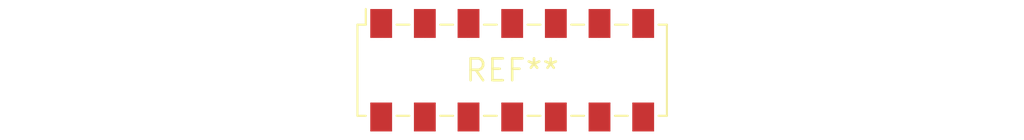
<source format=kicad_pcb>
(kicad_pcb (version 20240108) (generator pcbnew)
  (layers (0 "F.Cu" signal) (31 "B.Cu" signal) (34 "B.Paste" user) (35 "F.Paste" user) (36 "B.SilkS" user "B.Silkscreen") (37 "F.SilkS" user "F.Silkscreen") (38 "B.Mask" user) (39 "F.Mask" user) (44 "Edge.Cuts" user))
  (net 0 "")
  (footprint "Samtec_HLE-107-02-xxx-DV-BE_2x07_P2.54mm_Horizontal" (layer "F.Cu") (at 0 0)
    (property "Reference" "REF**")
    (property "Value" "Samtec_HLE-107-02-xxx-DV-BE_2x07_P2.54mm_Horizontal")
    (fp_line (start -9 -2.65) (end -9 2.65) (layer "F.SilkS") (stroke (width 0.12)))
    (fp_line (start -9 2.65) (end -8.515 2.65) (layer "F.SilkS") (stroke (width 0.12)))
    (fp_line (start -8.515 -3.56) (end -8.515 -2.65) (layer "F.SilkS") (stroke (width 0.12)))
    (fp_line (start -8.515 -2.65) (end -9 -2.65) (layer "F.SilkS") (stroke (width 0.12)))
    (fp_line (start -6.725 -2.65) (end -5.975 -2.65) (layer "F.SilkS") (stroke (width 0.12)))
    (fp_line (start -6.725 2.65) (end -5.975 2.65) (layer "F.SilkS") (stroke (width 0.12)))
    (fp_line (start -4.185 -2.65) (end -3.435 -2.65) (layer "F.SilkS") (stroke (width 0.12)))
    (fp_line (start -4.185 2.65) (end -3.435 2.65) (layer "F.SilkS") (stroke (width 0.12)))
    (fp_line (start -1.645 -2.65) (end -0.895 -2.65) (layer "F.SilkS") (stroke (width 0.12)))
    (fp_line (start -1.645 2.65) (end -0.895 2.65) (layer "F.SilkS") (stroke (width 0.12)))
    (fp_line (start 0.895 -2.65) (end 1.645 -2.65) (layer "F.SilkS") (stroke (width 0.12)))
    (fp_line (start 0.895 2.65) (end 1.645 2.65) (layer "F.SilkS") (stroke (width 0.12)))
    (fp_line (start 3.435 -2.65) (end 4.185 -2.65) (layer "F.SilkS") (stroke (width 0.12)))
    (fp_line (start 3.435 2.65) (end 4.185 2.65) (layer "F.SilkS") (stroke (width 0.12)))
    (fp_line (start 5.975 -2.65) (end 6.725 -2.65) (layer "F.SilkS") (stroke (width 0.12)))
    (fp_line (start 5.975 2.65) (end 6.725 2.65) (layer "F.SilkS") (stroke (width 0.12)))
    (fp_line (start 8.515 -2.65) (end 9 -2.65) (layer "F.SilkS") (stroke (width 0.12)))
    (fp_line (start 9 -2.65) (end 9 2.65) (layer "F.SilkS") (stroke (width 0.12)))
    (fp_line (start 9 2.65) (end 8.515 2.65) (layer "F.SilkS") (stroke (width 0.12)))
    (pad "" np_thru_hole circle (at -7.62 -1.27) (size 0.97 0.97) (drill 0.97) (layers *.Cu *.Mask))
    (pad "" np_thru_hole circle (at -7.62 1.27) (size 0.97 0.97) (drill 0.97) (layers *.Cu *.Mask))
    (pad "" np_thru_hole circle (at -5.08 -1.27) (size 0.97 0.97) (drill 0.97) (layers *.Cu *.Mask))
    (pad "" np_thru_hole circle (at -5.08 1.27) (size 0.97 0.97) (drill 0.97) (layers *.Cu *.Mask))
    (pad "" np_thru_hole circle (at -2.54 -1.27) (size 0.97 0.97) (drill 0.97) (layers *.Cu *.Mask))
    (pad "" np_thru_hole circle (at -2.54 1.27) (size 0.97 0.97) (drill 0.97) (layers *.Cu *.Mask))
    (pad "" np_thru_hole circle (at 0 -1.27) (size 0.97 0.97) (drill 0.97) (layers *.Cu *.Mask))
    (pad "" np_thru_hole circle (at 0 1.27) (size 0.97 0.97) (drill 0.97) (layers *.Cu *.Mask))
    (pad "" np_thru_hole circle (at 2.54 -1.27) (size 0.97 0.97) (drill 0.97) (layers *.Cu *.Mask))
    (pad "" np_thru_hole circle (at 2.54 1.27) (size 0.97 0.97) (drill 0.97) (layers *.Cu *.Mask))
    (pad "" np_thru_hole circle (at 5.08 -1.27) (size 0.97 0.97) (drill 0.97) (layers *.Cu *.Mask))
    (pad "" np_thru_hole circle (at 5.08 1.27) (size 0.97 0.97) (drill 0.97) (layers *.Cu *.Mask))
    (pad "" np_thru_hole circle (at 7.62 -1.27) (size 0.97 0.97) (drill 0.97) (layers *.Cu *.Mask))
    (pad "" np_thru_hole circle (at 7.62 1.27) (size 0.97 0.97) (drill 0.97) (layers *.Cu *.Mask))
    (pad "1" smd rect (at -7.62 -2.72) (size 1.27 1.68) (layers "F.Cu" "F.Paste" "F.Mask"))
    (pad "2" smd rect (at -7.62 2.72) (size 1.27 1.68) (layers "F.Cu" "F.Paste" "F.Mask"))
    (pad "3" smd rect (at -5.08 -2.72) (size 1.27 1.68) (layers "F.Cu" "F.Paste" "F.Mask"))
    (pad "4" smd rect (at -5.08 2.72) (size 1.27 1.68) (layers "F.Cu" "F.Paste" "F.Mask"))
    (pad "5" smd rect (at -2.54 -2.72) (size 1.27 1.68) (layers "F.Cu" "F.Paste" "F.Mask"))
    (pad "6" smd rect (at -2.54 2.72) (size 1.27 1.68) (layers "F.Cu" "F.Paste" "F.Mask"))
    (pad "7" smd rect (at 0 -2.72) (size 1.27 1.68) (layers "F.Cu" "F.Paste" "F.Mask"))
    (pad "8" smd rect (at 0 2.72) (size 1.27 1.68) (layers "F.Cu" "F.Paste" "F.Mask"))
    (pad "9" smd rect (at 2.54 -2.72) (size 1.27 1.68) (layers "F.Cu" "F.Paste" "F.Mask"))
    (pad "10" smd rect (at 2.54 2.72) (size 1.27 1.68) (layers "F.Cu" "F.Paste" "F.Mask"))
    (pad "11" smd rect (at 5.08 -2.72) (size 1.27 1.68) (layers "F.Cu" "F.Paste" "F.Mask"))
    (pad "12" smd rect (at 5.08 2.72) (size 1.27 1.68) (layers "F.Cu" "F.Paste" "F.Mask"))
    (pad "13" smd rect (at 7.62 -2.72) (size 1.27 1.68) (layers "F.Cu" "F.Paste" "F.Mask"))
    (pad "14" smd rect (at 7.62 2.72) (size 1.27 1.68) (layers "F.Cu" "F.Paste" "F.Mask"))
  )
)
</source>
